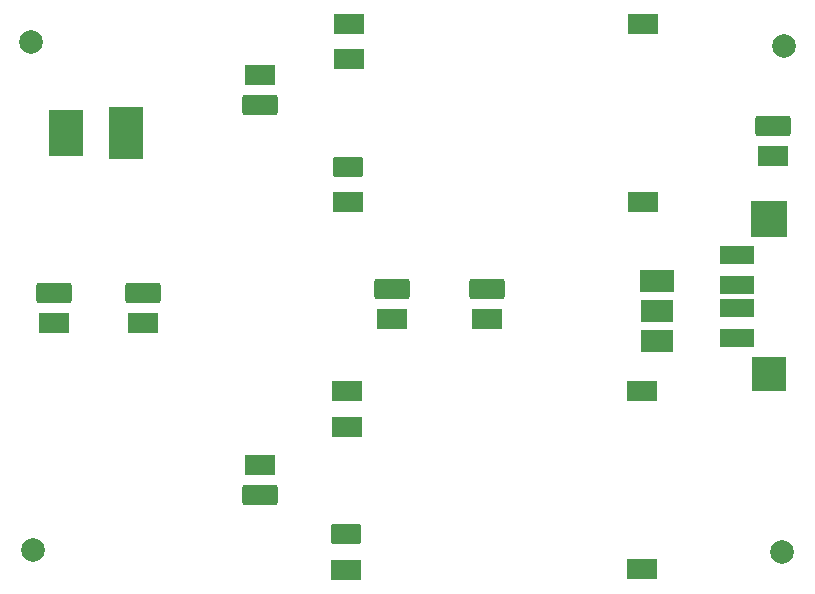
<source format=gbr>
%TF.GenerationSoftware,KiCad,Pcbnew,6.0.7+dfsg-1+b1*%
%TF.CreationDate,2022-10-20T00:29:16-05:00*%
%TF.ProjectId,solar_battery_charge,736f6c61-725f-4626-9174-746572795f63,rev?*%
%TF.SameCoordinates,Original*%
%TF.FileFunction,Soldermask,Bot*%
%TF.FilePolarity,Negative*%
%FSLAX46Y46*%
G04 Gerber Fmt 4.6, Leading zero omitted, Abs format (unit mm)*
G04 Created by KiCad (PCBNEW 6.0.7+dfsg-1+b1) date 2022-10-20 00:29:16*
%MOMM*%
%LPD*%
G01*
G04 APERTURE LIST*
G04 Aperture macros list*
%AMRoundRect*
0 Rectangle with rounded corners*
0 $1 Rounding radius*
0 $2 $3 $4 $5 $6 $7 $8 $9 X,Y pos of 4 corners*
0 Add a 4 corners polygon primitive as box body*
4,1,4,$2,$3,$4,$5,$6,$7,$8,$9,$2,$3,0*
0 Add four circle primitives for the rounded corners*
1,1,$1+$1,$2,$3*
1,1,$1+$1,$4,$5*
1,1,$1+$1,$6,$7*
1,1,$1+$1,$8,$9*
0 Add four rect primitives between the rounded corners*
20,1,$1+$1,$2,$3,$4,$5,0*
20,1,$1+$1,$4,$5,$6,$7,0*
20,1,$1+$1,$6,$7,$8,$9,0*
20,1,$1+$1,$8,$9,$2,$3,0*%
%AMFreePoly0*
4,1,5,1.500000,-1.500000,-1.500000,-1.500000,-1.500000,1.500000,1.500000,1.500000,1.500000,-1.500000,1.500000,-1.500000,$1*%
G04 Aperture macros list end*
%ADD10RoundRect,0.250000X-1.250000X0.620000X-1.250000X-0.620000X1.250000X-0.620000X1.250000X0.620000X0*%
%ADD11R,2.540000X1.740000*%
%ADD12R,3.000000X1.905000*%
%ADD13R,2.700000X1.905000*%
%ADD14R,3.000000X4.500000*%
%ADD15R,3.000000X4.000000*%
%ADD16C,2.000000*%
%ADD17RoundRect,0.250000X1.250000X-0.620000X1.250000X0.620000X-1.250000X0.620000X-1.250000X-0.620000X0*%
%ADD18RoundRect,0.250000X-1.020000X0.620000X-1.020000X-0.620000X1.020000X-0.620000X1.020000X0.620000X0*%
%ADD19R,3.000000X1.600000*%
%ADD20FreePoly0,90.000000*%
%ADD21R,3.000000X3.000000*%
G04 APERTURE END LIST*
D10*
%TO.C,J9*%
X130642500Y-48730000D03*
D11*
X130642500Y-51270000D03*
%TD*%
D10*
%TO.C,J8*%
X162842500Y-34930000D03*
D11*
X162842500Y-37470000D03*
%TD*%
D12*
%TO.C,U1*%
X153017500Y-48055000D03*
D13*
X153017500Y-50595000D03*
X153017500Y-53135000D03*
%TD*%
D14*
%TO.C,J4*%
X108090000Y-35500000D03*
D15*
X103010000Y-35500000D03*
%TD*%
D16*
%TO.C,H3*%
X100200000Y-70800000D03*
%TD*%
D11*
%TO.C,J2*%
X109570000Y-51600000D03*
D10*
X109570000Y-49060000D03*
%TD*%
D16*
%TO.C,H4*%
X163600000Y-71000000D03*
%TD*%
D17*
%TO.C,J6*%
X119407500Y-33200000D03*
D11*
X119407500Y-30660000D03*
%TD*%
D16*
%TO.C,H1*%
X100070000Y-27800000D03*
%TD*%
D10*
%TO.C,J7*%
X138642500Y-48730000D03*
D11*
X138642500Y-51270000D03*
%TD*%
D18*
%TO.C,U3*%
X126900200Y-38402800D03*
D11*
X126950200Y-29302800D03*
X126900200Y-41402800D03*
X126950200Y-26302800D03*
X151900200Y-41352800D03*
X151900200Y-26302800D03*
%TD*%
%TO.C,J3*%
X101970000Y-51600000D03*
D10*
X101970000Y-49060000D03*
%TD*%
D19*
%TO.C,J1*%
X159790800Y-52877600D03*
X159790800Y-50377600D03*
X159790800Y-48377600D03*
X159790800Y-45877600D03*
D20*
X162500800Y-42807600D03*
D21*
X162500800Y-55947600D03*
%TD*%
D16*
%TO.C,H2*%
X163800000Y-28200000D03*
%TD*%
D17*
%TO.C,J5*%
X119407500Y-66141600D03*
D11*
X119407500Y-63601600D03*
%TD*%
D18*
%TO.C,U4*%
X126747800Y-69492400D03*
D11*
X126797800Y-60392400D03*
X126747800Y-72492400D03*
X126797800Y-57392400D03*
X151747800Y-72442400D03*
X151747800Y-57392400D03*
%TD*%
M02*

</source>
